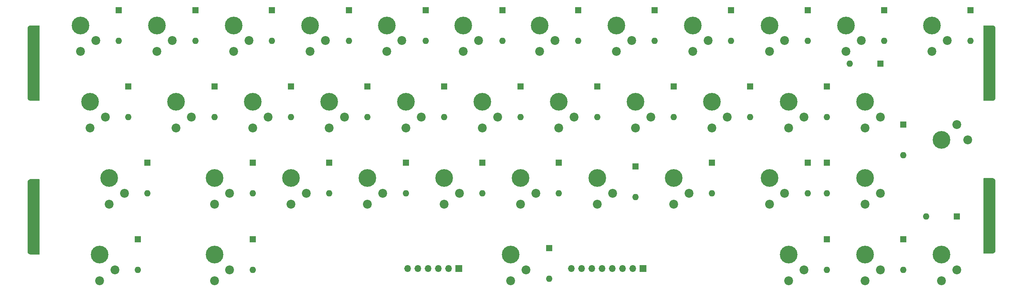
<source format=gbr>
%TF.GenerationSoftware,KiCad,Pcbnew,8.0.3*%
%TF.CreationDate,2024-07-17T12:37:23+01:00*%
%TF.ProjectId,keyboard,6b657962-6f61-4726-942e-6b696361645f,rev?*%
%TF.SameCoordinates,Original*%
%TF.FileFunction,Soldermask,Bot*%
%TF.FilePolarity,Negative*%
%FSLAX46Y46*%
G04 Gerber Fmt 4.6, Leading zero omitted, Abs format (unit mm)*
G04 Created by KiCad (PCBNEW 8.0.3) date 2024-07-17 12:37:23*
%MOMM*%
%LPD*%
G01*
G04 APERTURE LIST*
%ADD10C,4.400000*%
%ADD11C,2.200000*%
%ADD12R,1.600000X1.600000*%
%ADD13O,1.600000X1.600000*%
%ADD14R,1.700000X1.700000*%
%ADD15O,1.700000X1.700000*%
G04 APERTURE END LIST*
D10*
%TO.C,SW40*%
X249375000Y-104500000D03*
D11*
X253175000Y-108300000D03*
X249375000Y-111000000D03*
%TD*%
D10*
%TO.C,SW39*%
X230375000Y-104500000D03*
D11*
X234175000Y-108300000D03*
X230375000Y-111000000D03*
%TD*%
D10*
%TO.C,SW38*%
X211375000Y-104500000D03*
D11*
X215175000Y-108300000D03*
X211375000Y-111000000D03*
%TD*%
D10*
%TO.C,SW37*%
X230375000Y-85500000D03*
D11*
X234175000Y-89300000D03*
X230375000Y-92000000D03*
%TD*%
D10*
%TO.C,SW36*%
X142368750Y-104500000D03*
D11*
X146168750Y-108300000D03*
X142368750Y-111000000D03*
%TD*%
D10*
%TO.C,SW35*%
X106875000Y-85500000D03*
D11*
X110675000Y-89300000D03*
X106875000Y-92000000D03*
%TD*%
D10*
%TO.C,SW34*%
X87875000Y-85500000D03*
D11*
X91675000Y-89300000D03*
X87875000Y-92000000D03*
%TD*%
D10*
%TO.C,SW33*%
X40375000Y-104500000D03*
D11*
X44175000Y-108300000D03*
X40375000Y-111000000D03*
%TD*%
D10*
%TO.C,SW32*%
X249375000Y-76000000D03*
D11*
X253175000Y-72200000D03*
X255875000Y-76000000D03*
%TD*%
D10*
%TO.C,SW31*%
X230375000Y-66500000D03*
D11*
X234175000Y-70300000D03*
X230375000Y-73000000D03*
%TD*%
D10*
%TO.C,SW30*%
X206625000Y-85500000D03*
D11*
X210425000Y-89300000D03*
X206625000Y-92000000D03*
%TD*%
D10*
%TO.C,SW29*%
X163875000Y-85500000D03*
D11*
X167675000Y-89300000D03*
X163875000Y-92000000D03*
%TD*%
D10*
%TO.C,SW28*%
X144875000Y-85500000D03*
D11*
X148675000Y-89300000D03*
X144875000Y-92000000D03*
%TD*%
D10*
%TO.C,SW27*%
X116375000Y-66500000D03*
D11*
X120175000Y-70300000D03*
X116375000Y-73000000D03*
%TD*%
D10*
%TO.C,SW26*%
X68875000Y-85500000D03*
D11*
X72675000Y-89300000D03*
X68875000Y-92000000D03*
%TD*%
D10*
%TO.C,SW25*%
X68875000Y-104500000D03*
D11*
X72675000Y-108300000D03*
X68875000Y-111000000D03*
%TD*%
D10*
%TO.C,SW24*%
X247000000Y-47500000D03*
D11*
X250800000Y-51300000D03*
X247000000Y-54000000D03*
%TD*%
D10*
%TO.C,SW23*%
X211375000Y-66500000D03*
D11*
X215175000Y-70300000D03*
X211375000Y-73000000D03*
%TD*%
D10*
%TO.C,SW22*%
X182875000Y-85500000D03*
D11*
X186675000Y-89300000D03*
X182875000Y-92000000D03*
%TD*%
D10*
%TO.C,SW21*%
X154375000Y-66500000D03*
D11*
X158175000Y-70300000D03*
X154375000Y-73000000D03*
%TD*%
D10*
%TO.C,SW20*%
X125875000Y-85500000D03*
D11*
X129675000Y-89300000D03*
X125875000Y-92000000D03*
%TD*%
D10*
%TO.C,SW19*%
X97375000Y-66500000D03*
D11*
X101175000Y-70300000D03*
X97375000Y-73000000D03*
%TD*%
D10*
%TO.C,SW18*%
X59375000Y-66500000D03*
D11*
X63175000Y-70300000D03*
X59375000Y-73000000D03*
%TD*%
D10*
%TO.C,SW17*%
X42750000Y-85500000D03*
D11*
X46550000Y-89300000D03*
X42750000Y-92000000D03*
%TD*%
D10*
%TO.C,SW16*%
X225625000Y-47500000D03*
D11*
X229425000Y-51300000D03*
X225625000Y-54000000D03*
%TD*%
D10*
%TO.C,SW15*%
X192375000Y-66500000D03*
D11*
X196175000Y-70300000D03*
X192375000Y-73000000D03*
%TD*%
D10*
%TO.C,SW14*%
X173375000Y-66500000D03*
D11*
X177175000Y-70300000D03*
X173375000Y-73000000D03*
%TD*%
D10*
%TO.C,SW13*%
X149625000Y-47500000D03*
D11*
X153425000Y-51300000D03*
X149625000Y-54000000D03*
%TD*%
D10*
%TO.C,SW12*%
X135375000Y-66500000D03*
D11*
X139175000Y-70300000D03*
X135375000Y-73000000D03*
%TD*%
D10*
%TO.C,SW11*%
X78375000Y-66500000D03*
D11*
X82175000Y-70300000D03*
X78375000Y-73000000D03*
%TD*%
D10*
%TO.C,SW10*%
X54625000Y-47500000D03*
D11*
X58425000Y-51300000D03*
X54625000Y-54000000D03*
%TD*%
D10*
%TO.C,SW9*%
X38000000Y-66500000D03*
D11*
X41800000Y-70300000D03*
X38000000Y-73000000D03*
%TD*%
D10*
%TO.C,SW8*%
X206625000Y-47500000D03*
D11*
X210425000Y-51300000D03*
X206625000Y-54000000D03*
%TD*%
D10*
%TO.C,SW7*%
X187625000Y-47500000D03*
D11*
X191425000Y-51300000D03*
X187625000Y-54000000D03*
%TD*%
D10*
%TO.C,SW6*%
X168625000Y-47500000D03*
D11*
X172425000Y-51300000D03*
X168625000Y-54000000D03*
%TD*%
D10*
%TO.C,SW5*%
X130625000Y-47500000D03*
D11*
X134425000Y-51300000D03*
X130625000Y-54000000D03*
%TD*%
D10*
%TO.C,SW4*%
X111625000Y-47500000D03*
D11*
X115425000Y-51300000D03*
X111625000Y-54000000D03*
%TD*%
D10*
%TO.C,SW3*%
X92625000Y-47500000D03*
D11*
X96425000Y-51300000D03*
X92625000Y-54000000D03*
%TD*%
D10*
%TO.C,SW2*%
X73625000Y-47500000D03*
D11*
X77425000Y-51300000D03*
X73625000Y-54000000D03*
%TD*%
D10*
%TO.C,SW1*%
X35625000Y-47500000D03*
D11*
X39425000Y-51300000D03*
X35625000Y-54000000D03*
%TD*%
D12*
%TO.C,D4*%
X121285000Y-43690000D03*
D13*
X121285000Y-51310000D03*
%TD*%
D12*
%TO.C,D20*%
X135375000Y-81690000D03*
D13*
X135375000Y-89310000D03*
%TD*%
D12*
%TO.C,D17*%
X52250000Y-81690000D03*
D13*
X52250000Y-89310000D03*
%TD*%
D12*
%TO.C,D29*%
X173375000Y-82630000D03*
D13*
X173375000Y-90250000D03*
%TD*%
D12*
%TO.C,D27*%
X125875000Y-62690000D03*
D13*
X125875000Y-70310000D03*
%TD*%
D12*
%TO.C,D31*%
X234185000Y-57000000D03*
D13*
X226565000Y-57000000D03*
%TD*%
D12*
%TO.C,D19*%
X106875000Y-62690000D03*
D13*
X106875000Y-70310000D03*
%TD*%
D12*
%TO.C,D40*%
X253185000Y-95000000D03*
D13*
X245565000Y-95000000D03*
%TD*%
D14*
%TO.C,J2*%
X175250000Y-108000000D03*
D15*
X172710000Y-108000000D03*
X170170000Y-108000000D03*
X167630000Y-108000000D03*
X165090000Y-108000000D03*
X162550000Y-108000000D03*
X160010000Y-108000000D03*
X157470000Y-108000000D03*
%TD*%
D12*
%TO.C,D2*%
X83125000Y-43690000D03*
D13*
X83125000Y-51310000D03*
%TD*%
D12*
%TO.C,D15*%
X201875000Y-62690000D03*
D13*
X201875000Y-70310000D03*
%TD*%
D12*
%TO.C,D24*%
X256500000Y-43690000D03*
D13*
X256500000Y-51310000D03*
%TD*%
D12*
%TO.C,D10*%
X64125000Y-43690000D03*
D13*
X64125000Y-51310000D03*
%TD*%
D12*
%TO.C,D23*%
X220875000Y-62690000D03*
D13*
X220875000Y-70310000D03*
%TD*%
D12*
%TO.C,D6*%
X178125000Y-43690000D03*
D13*
X178125000Y-51310000D03*
%TD*%
D12*
%TO.C,D34*%
X97375000Y-81690000D03*
D13*
X97375000Y-89310000D03*
%TD*%
D12*
%TO.C,D25*%
X78375000Y-100690000D03*
D13*
X78375000Y-108310000D03*
%TD*%
D12*
%TO.C,D7*%
X197125000Y-43690000D03*
D13*
X197125000Y-51310000D03*
%TD*%
D12*
%TO.C,D32*%
X239875000Y-72190000D03*
D13*
X239875000Y-79810000D03*
%TD*%
D12*
%TO.C,D26*%
X78375000Y-81690000D03*
D13*
X78375000Y-89310000D03*
%TD*%
D12*
%TO.C,D39*%
X239875000Y-100690000D03*
D13*
X239875000Y-108310000D03*
%TD*%
D12*
%TO.C,D11*%
X87875000Y-62690000D03*
D13*
X87875000Y-70310000D03*
%TD*%
D12*
%TO.C,D22*%
X192375000Y-81690000D03*
D13*
X192375000Y-89310000D03*
%TD*%
D12*
%TO.C,D37*%
X220875000Y-81690000D03*
D13*
X220875000Y-89310000D03*
%TD*%
D12*
%TO.C,D21*%
X163875000Y-62690000D03*
D13*
X163875000Y-70310000D03*
%TD*%
D14*
%TO.C,J1*%
X129540000Y-107950000D03*
D15*
X127000000Y-107950000D03*
X124460000Y-107950000D03*
X121920000Y-107950000D03*
X119380000Y-107950000D03*
X116840000Y-107950000D03*
%TD*%
D12*
%TO.C,D30*%
X216125000Y-81690000D03*
D13*
X216125000Y-89310000D03*
%TD*%
D12*
%TO.C,D28*%
X154375000Y-81690000D03*
D13*
X154375000Y-89310000D03*
%TD*%
D12*
%TO.C,D3*%
X102235000Y-43690000D03*
D13*
X102235000Y-51310000D03*
%TD*%
D12*
%TO.C,D38*%
X220875000Y-100690000D03*
D13*
X220875000Y-108310000D03*
%TD*%
D12*
%TO.C,D12*%
X144875000Y-62690000D03*
D13*
X144875000Y-70310000D03*
%TD*%
D12*
%TO.C,D9*%
X47500000Y-62690000D03*
D13*
X47500000Y-70310000D03*
%TD*%
D12*
%TO.C,D35*%
X116375000Y-81690000D03*
D13*
X116375000Y-89310000D03*
%TD*%
D12*
%TO.C,D18*%
X68875000Y-62690000D03*
D13*
X68875000Y-70310000D03*
%TD*%
D12*
%TO.C,D36*%
X152000000Y-102870000D03*
D13*
X152000000Y-110490000D03*
%TD*%
D12*
%TO.C,D33*%
X49875000Y-100690000D03*
D13*
X49875000Y-108310000D03*
%TD*%
D12*
%TO.C,D16*%
X235125000Y-43690000D03*
D13*
X235125000Y-51310000D03*
%TD*%
D12*
%TO.C,D5*%
X140335000Y-43690000D03*
D13*
X140335000Y-51310000D03*
%TD*%
D12*
%TO.C,D8*%
X216125000Y-43690000D03*
D13*
X216125000Y-51310000D03*
%TD*%
D12*
%TO.C,D13*%
X159125000Y-43690000D03*
D13*
X159125000Y-51310000D03*
%TD*%
D12*
%TO.C,D1*%
X45125000Y-43690000D03*
D13*
X45125000Y-51310000D03*
%TD*%
D12*
%TO.C,D14*%
X182875000Y-62690000D03*
D13*
X182875000Y-70310000D03*
%TD*%
G36*
X262001751Y-47500049D02*
G01*
X262072024Y-47502016D01*
X262096147Y-47505076D01*
X262234872Y-47536739D01*
X262261081Y-47545910D01*
X262387699Y-47606886D01*
X262411210Y-47621659D01*
X262521084Y-47709281D01*
X262540718Y-47728915D01*
X262628340Y-47838789D01*
X262643113Y-47862300D01*
X262704089Y-47988918D01*
X262713260Y-48015127D01*
X262744923Y-48153852D01*
X262747983Y-48177974D01*
X262749951Y-48248248D01*
X262750000Y-48251719D01*
X262750000Y-65498280D01*
X262749951Y-65501751D01*
X262747983Y-65572025D01*
X262744923Y-65596147D01*
X262713260Y-65734872D01*
X262704089Y-65761081D01*
X262643113Y-65887699D01*
X262628340Y-65911210D01*
X262540718Y-66021084D01*
X262521084Y-66040718D01*
X262411210Y-66128340D01*
X262387699Y-66143113D01*
X262261081Y-66204089D01*
X262234872Y-66213260D01*
X262096147Y-66244923D01*
X262072025Y-66247983D01*
X262001752Y-66249951D01*
X261998281Y-66250000D01*
X259874000Y-66250000D01*
X259806961Y-66230315D01*
X259761206Y-66177511D01*
X259750000Y-66126000D01*
X259750000Y-47624000D01*
X259769685Y-47556961D01*
X259822489Y-47511206D01*
X259874000Y-47500000D01*
X261998281Y-47500000D01*
X262001751Y-47500049D01*
G37*
G36*
X262001751Y-85500049D02*
G01*
X262072024Y-85502016D01*
X262096147Y-85505076D01*
X262234872Y-85536739D01*
X262261081Y-85545910D01*
X262387699Y-85606886D01*
X262411210Y-85621659D01*
X262521084Y-85709281D01*
X262540718Y-85728915D01*
X262628340Y-85838789D01*
X262643113Y-85862300D01*
X262704089Y-85988918D01*
X262713260Y-86015127D01*
X262744923Y-86153852D01*
X262747983Y-86177974D01*
X262749951Y-86248248D01*
X262750000Y-86251719D01*
X262750000Y-103498280D01*
X262749951Y-103501751D01*
X262747983Y-103572025D01*
X262744923Y-103596147D01*
X262713260Y-103734872D01*
X262704089Y-103761081D01*
X262643113Y-103887699D01*
X262628340Y-103911210D01*
X262540718Y-104021084D01*
X262521084Y-104040718D01*
X262411210Y-104128340D01*
X262387699Y-104143113D01*
X262261081Y-104204089D01*
X262234872Y-104213260D01*
X262096147Y-104244923D01*
X262072025Y-104247983D01*
X262001752Y-104249951D01*
X261998281Y-104250000D01*
X259874000Y-104250000D01*
X259806961Y-104230315D01*
X259761206Y-104177511D01*
X259750000Y-104126000D01*
X259750000Y-85624000D01*
X259769685Y-85556961D01*
X259822489Y-85511206D01*
X259874000Y-85500000D01*
X261998281Y-85500000D01*
X262001751Y-85500049D01*
G37*
G36*
X25443039Y-47519685D02*
G01*
X25488794Y-47572489D01*
X25500000Y-47624000D01*
X25500000Y-66123410D01*
X25480315Y-66190449D01*
X25427511Y-66236204D01*
X25376151Y-66247410D01*
X23251792Y-66249997D01*
X23248171Y-66249948D01*
X23177975Y-66247983D01*
X23153852Y-66244923D01*
X23015127Y-66213260D01*
X22988918Y-66204089D01*
X22862300Y-66143113D01*
X22838789Y-66128340D01*
X22728915Y-66040718D01*
X22709281Y-66021084D01*
X22621659Y-65911210D01*
X22606886Y-65887699D01*
X22545910Y-65761081D01*
X22536739Y-65734872D01*
X22505076Y-65596147D01*
X22502016Y-65572023D01*
X22500049Y-65501749D01*
X22500000Y-65498280D01*
X22500000Y-48251719D01*
X22500049Y-48248250D01*
X22502016Y-48177976D01*
X22505076Y-48153852D01*
X22536739Y-48015127D01*
X22545910Y-47988918D01*
X22606886Y-47862300D01*
X22621659Y-47838789D01*
X22709281Y-47728915D01*
X22728915Y-47709281D01*
X22838789Y-47621659D01*
X22862300Y-47606886D01*
X22988918Y-47545910D01*
X23015127Y-47536739D01*
X23153852Y-47505076D01*
X23177976Y-47502016D01*
X23248250Y-47500049D01*
X23251719Y-47500000D01*
X25376000Y-47500000D01*
X25443039Y-47519685D01*
G37*
G36*
X25443039Y-85769685D02*
G01*
X25488794Y-85822489D01*
X25500000Y-85874000D01*
X25500000Y-104376000D01*
X25480315Y-104443039D01*
X25427511Y-104488794D01*
X25376000Y-104500000D01*
X23251719Y-104500000D01*
X23248248Y-104499951D01*
X23177974Y-104497983D01*
X23153852Y-104494923D01*
X23015127Y-104463260D01*
X22988918Y-104454089D01*
X22862300Y-104393113D01*
X22838789Y-104378340D01*
X22728915Y-104290718D01*
X22709281Y-104271084D01*
X22621659Y-104161210D01*
X22606886Y-104137699D01*
X22545910Y-104011081D01*
X22536739Y-103984872D01*
X22505076Y-103846147D01*
X22502016Y-103822023D01*
X22500049Y-103751749D01*
X22500000Y-103748280D01*
X22500000Y-86501719D01*
X22500049Y-86498250D01*
X22502016Y-86427976D01*
X22505076Y-86403852D01*
X22536739Y-86265127D01*
X22545910Y-86238918D01*
X22606886Y-86112300D01*
X22621659Y-86088789D01*
X22709281Y-85978915D01*
X22728915Y-85959281D01*
X22838789Y-85871659D01*
X22862300Y-85856886D01*
X22988918Y-85795910D01*
X23015127Y-85786739D01*
X23153852Y-85755076D01*
X23177976Y-85752016D01*
X23248250Y-85750049D01*
X23251719Y-85750000D01*
X25376000Y-85750000D01*
X25443039Y-85769685D01*
G37*
M02*

</source>
